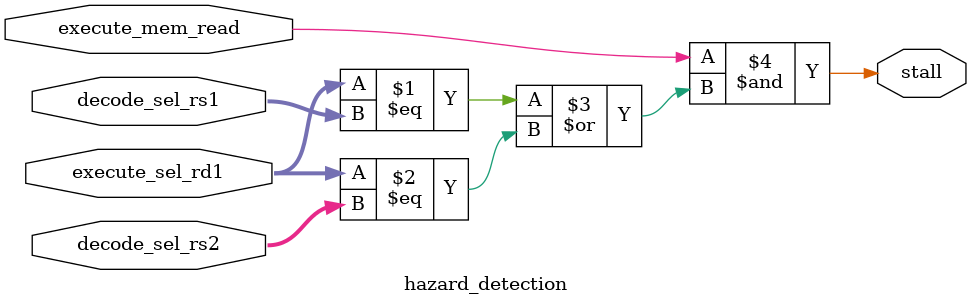
<source format=sv>
/*
hazard_detection_v
This module implements Hazard Detection for the 5 Stage WISC F24 Processor (Phase 2)_
This module can insert bubbles in the ID_EX pipeline for covering Load to Use stalls
*/

/*
Input Port List:
1_ execute_mem_read
2_ IF_ID_RT
3_ IF_ID_RS
4_ ID_EX_RT

Output Port List:
1_ IF_ID_Write
2_ PC_Write
3_ Mux Select for Bubble vs Control

Note: 
    Bubble must have an Instruction OPCODE (PADDSB) that does not touch the flags_ 
    Also, we have to change the Instruction [15:12] passing through the Pipeline to preserve flags
*/

module hazard_detection
    (
        input execute_mem_read,
        input [4:0] decode_sel_rs2,
        input [4:0] decode_sel_rs1,
        input [4:0] execute_sel_rd1,
        output logic stall
    );

/*
If (ID_EX_MemRead and ((ID_EX_RegisterRt = IF_ID_RegisterRs) or (ID_EX_RegisterRt = IF_ID_RegisterRt))):
    Stall the pipeline
Adapted from Computer Organisation & Design, MIPS Edition, pg 314
*/

assign stall = (execute_mem_read & ((execute_sel_rd1 == decode_sel_rs1) | (execute_sel_rd1 == decode_sel_rs2)));

endmodule

</source>
